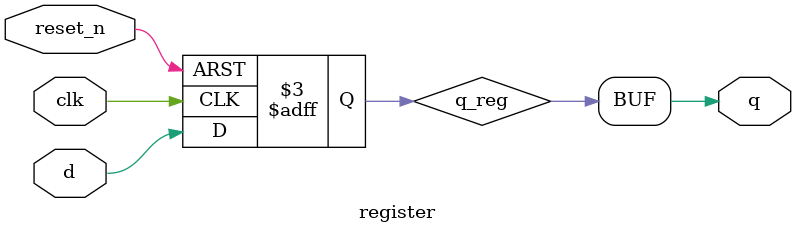
<source format=v>
`timescale 1ns / 1ps


module register(

    input d,
    input reset_n,
    input clk,
    
    output q

    );
    

reg q_reg;

always @ (posedge clk or negedge reset_n)
begin

    if(!reset_n)
        q_reg <= 0;
    else
        q_reg <= d;
       
end
assign q = q_reg;


endmodule

</source>
